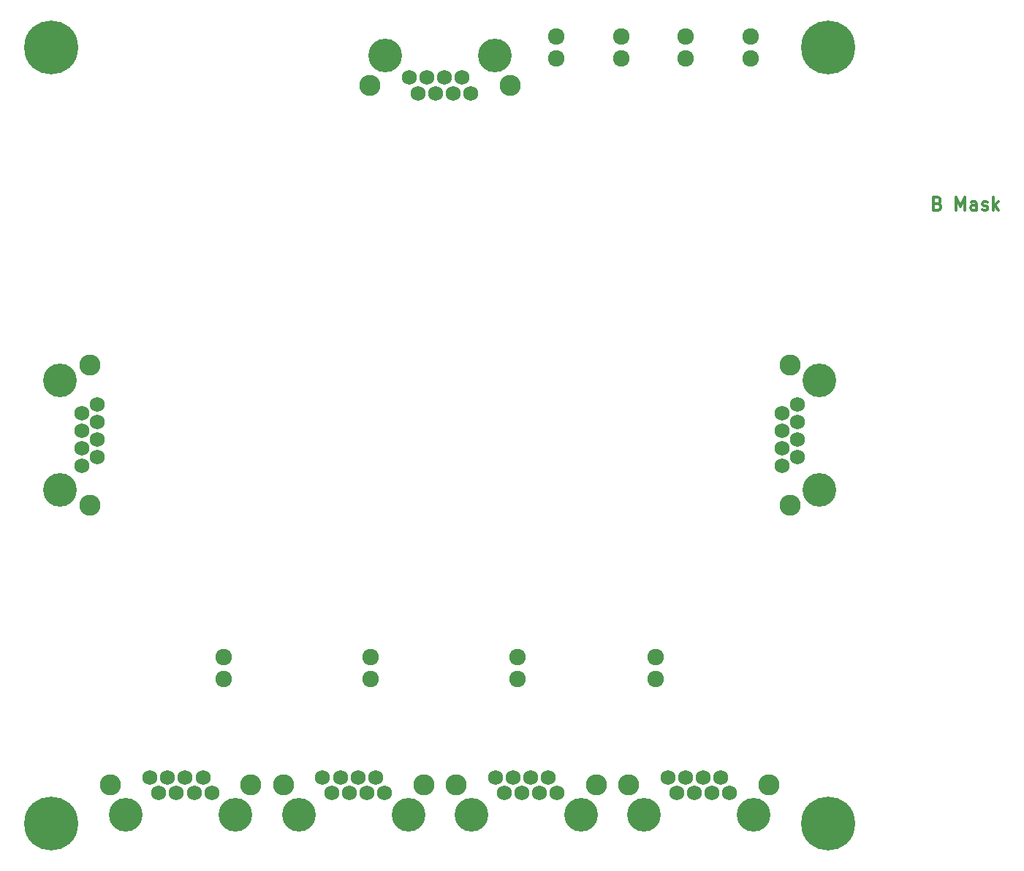
<source format=gbs>
G04 (created by PCBNEW (2013-07-07 BZR 4022)-stable) date 9/18/2013 11:59:42*
%MOIN*%
G04 Gerber Fmt 3.4, Leading zero omitted, Abs format*
%FSLAX34Y34*%
G01*
G70*
G90*
G04 APERTURE LIST*
%ADD10C,0.00590551*%
%ADD11C,0.011811*%
%ADD12C,0.0758425*%
%ADD13C,0.246063*%
%ADD14C,0.153543*%
%ADD15C,0.0689425*%
%ADD16C,0.0964567*%
G04 APERTURE END LIST*
G54D10*
G54D11*
X49088Y-15402D02*
X49173Y-15430D01*
X49201Y-15458D01*
X49229Y-15514D01*
X49229Y-15598D01*
X49201Y-15655D01*
X49173Y-15683D01*
X49116Y-15711D01*
X48892Y-15711D01*
X48892Y-15120D01*
X49088Y-15120D01*
X49145Y-15149D01*
X49173Y-15177D01*
X49201Y-15233D01*
X49201Y-15289D01*
X49173Y-15345D01*
X49145Y-15374D01*
X49088Y-15402D01*
X48892Y-15402D01*
X49932Y-15711D02*
X49932Y-15120D01*
X50129Y-15542D01*
X50326Y-15120D01*
X50326Y-15711D01*
X50860Y-15711D02*
X50860Y-15402D01*
X50832Y-15345D01*
X50776Y-15317D01*
X50663Y-15317D01*
X50607Y-15345D01*
X50860Y-15683D02*
X50804Y-15711D01*
X50663Y-15711D01*
X50607Y-15683D01*
X50579Y-15627D01*
X50579Y-15570D01*
X50607Y-15514D01*
X50663Y-15486D01*
X50804Y-15486D01*
X50860Y-15458D01*
X51113Y-15683D02*
X51169Y-15711D01*
X51282Y-15711D01*
X51338Y-15683D01*
X51366Y-15627D01*
X51366Y-15598D01*
X51338Y-15542D01*
X51282Y-15514D01*
X51197Y-15514D01*
X51141Y-15486D01*
X51113Y-15430D01*
X51113Y-15402D01*
X51141Y-15345D01*
X51197Y-15317D01*
X51282Y-15317D01*
X51338Y-15345D01*
X51619Y-15711D02*
X51619Y-15120D01*
X51676Y-15486D02*
X51844Y-15711D01*
X51844Y-15317D02*
X51619Y-15542D01*
G54D12*
X31692Y-8767D03*
X31692Y-7767D03*
X16535Y-36114D03*
X16535Y-37114D03*
X23228Y-36114D03*
X23228Y-37114D03*
X29921Y-36114D03*
X29921Y-37114D03*
X36220Y-36114D03*
X36220Y-37114D03*
X40551Y-8767D03*
X40551Y-7767D03*
X37598Y-8767D03*
X37598Y-7767D03*
X34645Y-8767D03*
X34645Y-7767D03*
G54D13*
X8661Y-8267D03*
X8661Y-43700D03*
X44094Y-43700D03*
X44094Y-8267D03*
G54D14*
X43700Y-23484D03*
X43700Y-28484D03*
G54D15*
X42700Y-24578D03*
X42000Y-24980D03*
X42700Y-25381D03*
X42000Y-25783D03*
X42700Y-26185D03*
X42000Y-26586D03*
X42700Y-26988D03*
X42000Y-27389D03*
G54D16*
X42350Y-22783D03*
X42350Y-29185D03*
G54D14*
X40688Y-43307D03*
X35688Y-43307D03*
G54D15*
X39594Y-42307D03*
X39192Y-41606D03*
X38791Y-42307D03*
X38389Y-41606D03*
X37988Y-42307D03*
X37586Y-41606D03*
X37185Y-42307D03*
X36783Y-41606D03*
G54D16*
X41389Y-41956D03*
X34988Y-41956D03*
G54D14*
X32814Y-43307D03*
X27814Y-43307D03*
G54D15*
X31720Y-42307D03*
X31318Y-41606D03*
X30917Y-42307D03*
X30515Y-41606D03*
X30114Y-42307D03*
X29712Y-41606D03*
X29311Y-42307D03*
X28909Y-41606D03*
G54D16*
X33515Y-41956D03*
X27114Y-41956D03*
G54D14*
X24940Y-43307D03*
X19940Y-43307D03*
G54D15*
X23846Y-42307D03*
X23444Y-41606D03*
X23043Y-42307D03*
X22641Y-41606D03*
X22240Y-42307D03*
X21838Y-41606D03*
X21437Y-42307D03*
X21035Y-41606D03*
G54D16*
X25641Y-41956D03*
X19240Y-41956D03*
G54D14*
X23877Y-8661D03*
X28877Y-8661D03*
G54D15*
X24972Y-9661D03*
X25374Y-10362D03*
X25775Y-9661D03*
X26177Y-10362D03*
X26578Y-9661D03*
X26980Y-10362D03*
X27381Y-9661D03*
X27783Y-10362D03*
G54D16*
X23177Y-10011D03*
X29578Y-10011D03*
G54D14*
X17066Y-43307D03*
X12066Y-43307D03*
G54D15*
X15972Y-42307D03*
X15570Y-41606D03*
X15169Y-42307D03*
X14767Y-41606D03*
X14366Y-42307D03*
X13964Y-41606D03*
X13562Y-42307D03*
X13161Y-41606D03*
G54D16*
X17767Y-41956D03*
X11366Y-41956D03*
G54D14*
X9055Y-28484D03*
X9055Y-23484D03*
G54D15*
X10055Y-27389D03*
X10755Y-26988D03*
X10055Y-26586D03*
X10755Y-26185D03*
X10055Y-25783D03*
X10755Y-25381D03*
X10055Y-24980D03*
X10755Y-24578D03*
G54D16*
X10405Y-29185D03*
X10405Y-22783D03*
M02*

</source>
